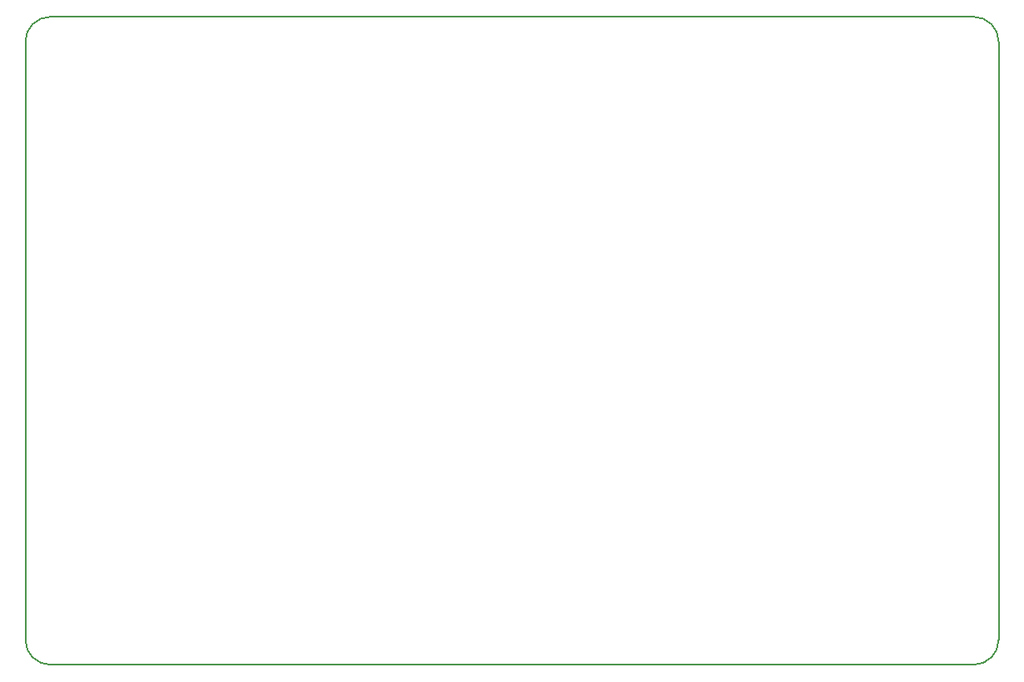
<source format=gm1>
G04 #@! TF.GenerationSoftware,KiCad,Pcbnew,5.1.5-52549c5~84~ubuntu18.04.1*
G04 #@! TF.CreationDate,2019-12-31T08:08:45-06:00*
G04 #@! TF.ProjectId,2057-ICE40HX4K-TQ144-breakout,32303537-2d49-4434-9534-304858344b2d,rev?*
G04 #@! TF.SameCoordinates,Original*
G04 #@! TF.FileFunction,Profile,NP*
%FSLAX46Y46*%
G04 Gerber Fmt 4.6, Leading zero omitted, Abs format (unit mm)*
G04 Created by KiCad (PCBNEW 5.1.5-52549c5~84~ubuntu18.04.1) date 2019-12-31 08:08:45*
%MOMM*%
%LPD*%
G04 APERTURE LIST*
%ADD10C,0.203200*%
G04 APERTURE END LIST*
D10*
X132080000Y-40640000D02*
G75*
G03X129540000Y-38100000I-2540000J0D01*
G01*
X129540000Y-104140000D02*
G75*
G03X132080000Y-101600000I0J2540000D01*
G01*
X33020000Y-101600000D02*
G75*
G03X35560000Y-104140000I2540000J0D01*
G01*
X35560000Y-38100000D02*
G75*
G03X33020000Y-40640000I0J-2540000D01*
G01*
X132080000Y-40640000D02*
X132080000Y-101600000D01*
X35560000Y-38100000D02*
X129540000Y-38100000D01*
X33020000Y-101600000D02*
X33020000Y-40640000D01*
X129540000Y-104140000D02*
X35560000Y-104140000D01*
M02*

</source>
